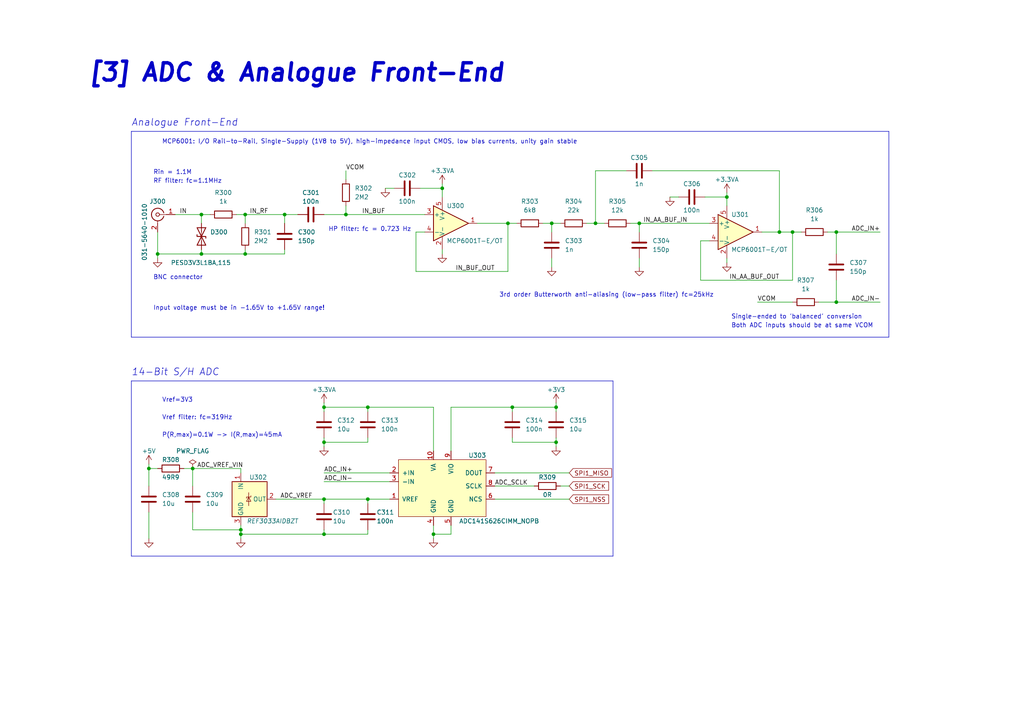
<source format=kicad_sch>
(kicad_sch (version 20230121) (generator eeschema)
  (paper "A4")
  (title_block (title "Mixed-Signal Demo PCB") (rev "0.1") (company "Phil's Lab"))
  (lib_symbols
    (symbol "+3.3VA_1" (power) (pin_names (offset 0))
      (property "Value" "+3.3VA_1" (at 0 3.556 0))
      (symbol "+3.3VA_1_0_1"
        (polyline (pts (xy -0.762 1.27) (xy 0 2.54)))
        (polyline (pts (xy 0 0) (xy 0 2.54)))
        (polyline (pts (xy 0 2.54) (xy 0.762 1.27)))
      )
      (symbol "+3.3VA_1_1_1"
        (pin power_in line (at 0 0 90) (length 0) hide (name "+3.3VA") (number "1"))
      )
    )
    (symbol "+3.3VA_2" (power) (pin_names (offset 0))
      (property "Value" "+3.3VA_2" (at 0 3.556 0))
      (symbol "+3.3VA_2_0_1"
        (polyline (pts (xy -0.762 1.27) (xy 0 2.54)))
        (polyline (pts (xy 0 0) (xy 0 2.54)))
        (polyline (pts (xy 0 2.54) (xy 0.762 1.27)))
      )
      (symbol "+3.3VA_2_1_1"
        (pin power_in line (at 0 0 90) (length 0) hide (name "+3.3VA") (number "1"))
      )
    )
    (symbol "Amplifier_Operational:MCP6001-OT" (pin_names (offset 0.127))
      (property "Reference" "U" (at -1.27 6.35 0))
      (property "Value" "MCP6001-OT" (at -1.27 3.81 0))
      (symbol "MCP6001-OT_0_1"
        (polyline (pts (xy -5.08 5.08) (xy 5.08 0) (xy -5.08 -5.08) (xy -5.08 5.08)) (stroke (width 0.254)) (fill (type background)))
        (pin power_in line (at -2.54 -7.62 90) (length 3.81) (name "V-") (number "2"))
        (pin power_in line (at -2.54 7.62 270) (length 3.81) (name "V+") (number "5"))
      )
      (symbol "MCP6001-OT_1_1"
        (pin output line (at 7.62 0 180) (length 2.54) (name "~") (number "1"))
        (pin input line (at -7.62 2.54 0) (length 2.54) (name "+") (number "3"))
        (pin input line (at -7.62 -2.54 0) (length 2.54) (name "-") (number "4"))
      )
    )
    (symbol "Connector:Conn_Coaxial" (pin_names (offset 1.016) hide)
      (property "Reference" "J" (at 0.254 3.048 0))
      (property "Value" "Conn_Coaxial" (at 2.921 0 90))
      (symbol "Conn_Coaxial_0_1"
        (arc (start -1.778 -0.508) (mid 0.222 -1.808) (end 1.778 0) (stroke (width 0.254)))
        (polyline (pts (xy -2.54 0) (xy -0.508 0)))
        (polyline (pts (xy 0 -2.54) (xy 0 -1.778)))
        (circle (center 0 0) (radius 0.508) (stroke (width 0.2032)))
        (arc (start 1.778 0) (mid 0.222 1.8083) (end -1.778 0.508) (stroke (width 0.254)))
      )
      (symbol "Conn_Coaxial_1_1"
        (pin passive line (at -5.08 0 0) (length 2.54) (name "In") (number "1"))
        (pin passive line (at 0 -5.08 90) (length 2.54) (name "Ext") (number "2"))
      )
    )
    (symbol "Device:C" (pin_numbers hide) (pin_names (offset 0.254))
      (property "Reference" "C" (at 0.635 2.54 0))
      (property "Value" "C" (at 0.635 -2.54 0))
      (symbol "C_0_1"
        (polyline (pts (xy -2.032 -0.762) (xy 2.032 -0.762)) (stroke (width 0.508)))
        (polyline (pts (xy -2.032 0.762) (xy 2.032 0.762)) (stroke (width 0.508)))
      )
      (symbol "C_1_1"
        (pin passive line (at 0 3.81 270) (length 2.794) (name "~") (number "1"))
        (pin passive line (at 0 -3.81 90) (length 2.794) (name "~") (number "2"))
      )
    )
    (symbol "Device:D_TVS" (pin_numbers hide) (pin_names (offset 1.016) hide)
      (property "Reference" "D" (at 0 2.54 0))
      (property "Value" "D_TVS" (at 0 -2.54 0))
      (symbol "D_TVS_0_1"
        (polyline (pts (xy 1.27 0) (xy -1.27 0)))
        (polyline (pts (xy 0.508 1.27) (xy 0 1.27) (xy 0 -1.27) (xy -0.508 -1.27)) (stroke (width 0.254)))
        (polyline (pts (xy -2.54 1.27) (xy -2.54 -1.27) (xy 2.54 1.27) (xy 2.54 -1.27) (xy -2.54 1.27)) (stroke (width 0.254)))
      )
      (symbol "D_TVS_1_1"
        (pin passive line (at -3.81 0 0) (length 2.54) (name "A1") (number "1"))
        (pin passive line (at 3.81 0 180) (length 2.54) (name "A2") (number "2"))
      )
    )
    (symbol "Device:R" (pin_numbers hide) (pin_names (offset 0))
      (property "Reference" "R" (at 2.032 0 90))
      (property "Value" "R" (at 0 0 90))
      (symbol "R_0_1"
        (rectangle (start -1.016 -2.54) (end 1.016 2.54) (stroke (width 0.254)))
      )
      (symbol "R_1_1"
        (pin passive line (at 0 3.81 270) (length 1.27) (name "~") (number "1"))
        (pin passive line (at 0 -3.81 90) (length 1.27) (name "~") (number "2"))
      )
    )
    (symbol "GND_1" (power) (pin_names (offset 0))
      (property "Value" "GND_1" (at 0 -3.81 0))
      (symbol "GND_1_0_1"
        (polyline (pts (xy 0 0) (xy 0 -1.27) (xy 1.27 -1.27) (xy 0 -2.54) (xy -1.27 -1.27) (xy 0 -1.27)))
      )
      (symbol "GND_1_1_1"
        (pin power_in line (at 0 0 270) (length 0) hide (name "GND") (number "1"))
      )
    )
    (symbol "GND_10" (power) (pin_names (offset 0))
      (property "Value" "GND_10" (at 0 -3.81 0))
      (symbol "GND_10_0_1"
        (polyline (pts (xy 0 0) (xy 0 -1.27) (xy 1.27 -1.27) (xy 0 -2.54) (xy -1.27 -1.27) (xy 0 -1.27)))
      )
      (symbol "GND_10_1_1"
        (pin power_in line (at 0 0 270) (length 0) hide (name "GND") (number "1"))
      )
    )
    (symbol "GND_11" (power) (pin_names (offset 0))
      (property "Value" "GND_11" (at 0 -3.81 0))
      (symbol "GND_11_0_1"
        (polyline (pts (xy 0 0) (xy 0 -1.27) (xy 1.27 -1.27) (xy 0 -2.54) (xy -1.27 -1.27) (xy 0 -1.27)))
      )
      (symbol "GND_11_1_1"
        (pin power_in line (at 0 0 270) (length 0) hide (name "GND") (number "1"))
      )
    )
    (symbol "GND_2" (power) (pin_names (offset 0))
      (property "Value" "GND_2" (at 0 -3.81 0))
      (symbol "GND_2_0_1"
        (polyline (pts (xy 0 0) (xy 0 -1.27) (xy 1.27 -1.27) (xy 0 -2.54) (xy -1.27 -1.27) (xy 0 -1.27)))
      )
      (symbol "GND_2_1_1"
        (pin power_in line (at 0 0 270) (length 0) hide (name "GND") (number "1"))
      )
    )
    (symbol "GND_3" (power) (pin_names (offset 0))
      (property "Value" "GND_3" (at 0 -3.81 0))
      (symbol "GND_3_0_1"
        (polyline (pts (xy 0 0) (xy 0 -1.27) (xy 1.27 -1.27) (xy 0 -2.54) (xy -1.27 -1.27) (xy 0 -1.27)))
      )
      (symbol "GND_3_1_1"
        (pin power_in line (at 0 0 270) (length 0) hide (name "GND") (number "1"))
      )
    )
    (symbol "GND_4" (power) (pin_names (offset 0))
      (property "Value" "GND_4" (at 0 -3.81 0))
      (symbol "GND_4_0_1"
        (polyline (pts (xy 0 0) (xy 0 -1.27) (xy 1.27 -1.27) (xy 0 -2.54) (xy -1.27 -1.27) (xy 0 -1.27)))
      )
      (symbol "GND_4_1_1"
        (pin power_in line (at 0 0 270) (length 0) hide (name "GND") (number "1"))
      )
    )
    (symbol "GND_5" (power) (pin_names (offset 0))
      (property "Value" "GND_5" (at 0 -3.81 0))
      (symbol "GND_5_0_1"
        (polyline (pts (xy 0 0) (xy 0 -1.27) (xy 1.27 -1.27) (xy 0 -2.54) (xy -1.27 -1.27) (xy 0 -1.27)))
      )
      (symbol "GND_5_1_1"
        (pin power_in line (at 0 0 270) (length 0) hide (name "GND") (number "1"))
      )
    )
    (symbol "GND_6" (power) (pin_names (offset 0))
      (property "Value" "GND_6" (at 0 -3.81 0))
      (symbol "GND_6_0_1"
        (polyline (pts (xy 0 0) (xy 0 -1.27) (xy 1.27 -1.27) (xy 0 -2.54) (xy -1.27 -1.27) (xy 0 -1.27)))
      )
      (symbol "GND_6_1_1"
        (pin power_in line (at 0 0 270) (length 0) hide (name "GND") (number "1"))
      )
    )
    (symbol "GND_7" (power) (pin_names (offset 0))
      (property "Value" "GND_7" (at 0 -3.81 0))
      (symbol "GND_7_0_1"
        (polyline (pts (xy 0 0) (xy 0 -1.27) (xy 1.27 -1.27) (xy 0 -2.54) (xy -1.27 -1.27) (xy 0 -1.27)))
      )
      (symbol "GND_7_1_1"
        (pin power_in line (at 0 0 270) (length 0) hide (name "GND") (number "1"))
      )
    )
    (symbol "GND_8" (power) (pin_names (offset 0))
      (property "Value" "GND_8" (at 0 -3.81 0))
      (symbol "GND_8_0_1"
        (polyline (pts (xy 0 0) (xy 0 -1.27) (xy 1.27 -1.27) (xy 0 -2.54) (xy -1.27 -1.27) (xy 0 -1.27)))
      )
      (symbol "GND_8_1_1"
        (pin power_in line (at 0 0 270) (length 0) hide (name "GND") (number "1"))
      )
    )
    (symbol "GND_9" (power) (pin_names (offset 0))
      (property "Value" "GND_9" (at 0 -3.81 0))
      (symbol "GND_9_0_1"
        (polyline (pts (xy 0 0) (xy 0 -1.27) (xy 1.27 -1.27) (xy 0 -2.54) (xy -1.27 -1.27) (xy 0 -1.27)))
      )
      (symbol "GND_9_1_1"
        (pin power_in line (at 0 0 270) (length 0) hide (name "GND") (number "1"))
      )
    )
    (symbol "PhilsLab-KiCad-Symbols:ADC141S626CIMM_NOPB" (pin_names (offset 1.016))
      (property "Reference" "U303" (at 10.16 10.16 0))
      (property "Value" "ADC141S626CIMM_NOPB" (at 16.51 -8.89 0))
      (symbol "ADC141S626CIMM_NOPB_0_0"
        (pin input line (at -15.24 -2.54 0) (length 2.54) (name "VREF") (number "1"))
        (pin power_in line (at -2.54 11.43 270) (length 2.54) (name "VA") (number "10"))
        (pin input line (at -15.24 5.08 0) (length 2.54) (name "+IN") (number "2"))
        (pin input line (at -15.24 2.54 0) (length 2.54) (name "-IN") (number "3"))
        (pin power_in line (at -2.54 -10.16 90) (length 2.54) (name "GND") (number "4"))
        (pin power_in line (at 2.54 -10.16 90) (length 2.54) (name "GND") (number "5"))
        (pin input line (at 15.24 -2.54 180) (length 2.54) (name "NCS") (number "6"))
        (pin output line (at 15.24 5.08 180) (length 2.54) (name "DOUT") (number "7"))
        (pin input line (at 15.24 1.27 180) (length 2.54) (name "SCLK") (number "8"))
        (pin power_in line (at 2.54 11.43 270) (length 2.54) (name "VIO") (number "9"))
      )
      (symbol "ADC141S626CIMM_NOPB_0_1"
        (rectangle (start -12.7 8.89) (end 12.7 -7.62) (fill (type background)))
      )
    )
    (symbol "Reference_Voltage:REF3033" (pin_names (offset 0.254))
      (property "Reference" "U" (at 0 6.35 0))
      (property "Value" "REF3033" (at 2.54 -6.35 0))
      (symbol "REF3033_0_1"
        (rectangle (start -5.08 5.08) (end 5.08 -5.08) (stroke (width 0.254)) (fill (type background)))
        (polyline (pts (xy -0.254 1.905) (xy -0.254 -1.905)))
        (polyline (pts (xy -0.889 -0.635) (xy 0.381 -0.635) (xy -0.254 0.635) (xy -0.889 -0.635)))
        (polyline (pts (xy 0.381 1.016) (xy 0.381 0.635) (xy -0.889 0.635) (xy -0.889 0.254)))
      )
      (symbol "REF3033_1_1"
        (pin power_in line (at -2.54 7.62 270) (length 2.54) (name "IN") (number "1"))
        (pin power_out line (at 7.62 0 180) (length 2.54) (name "OUT") (number "2"))
        (pin power_in line (at -2.54 -7.62 90) (length 2.54) (name "GND") (number "3"))
      )
    )
    (symbol "power:+3.3VA" (power) (pin_names (offset 0))
      (property "Value" "+3.3VA" (at 0 3.556 0))
      (symbol "+3.3VA_0_1"
        (polyline (pts (xy -0.762 1.27) (xy 0 2.54)))
        (polyline (pts (xy 0 0) (xy 0 2.54)))
        (polyline (pts (xy 0 2.54) (xy 0.762 1.27)))
      )
      (symbol "+3.3VA_1_1"
        (pin power_in line (at 0 0 90) (length 0) hide (name "+3.3VA") (number "1"))
      )
    )
    (symbol "power:+3V3" (power) (pin_names (offset 0))
      (property "Value" "+3V3" (at 0 3.556 0))
      (symbol "+3V3_0_1"
        (polyline (pts (xy -0.762 1.27) (xy 0 2.54)))
        (polyline (pts (xy 0 0) (xy 0 2.54)))
        (polyline (pts (xy 0 2.54) (xy 0.762 1.27)))
      )
      (symbol "+3V3_1_1"
        (pin power_in line (at 0 0 90) (length 0) hide (name "+3V3") (number "1"))
      )
    )
    (symbol "power:+5V" (power) (pin_names (offset 0))
      (property "Value" "+5V" (at 0 3.556 0))
      (symbol "+5V_0_1"
        (polyline (pts (xy -0.762 1.27) (xy 0 2.54)))
        (polyline (pts (xy 0 0) (xy 0 2.54)))
        (polyline (pts (xy 0 2.54) (xy 0.762 1.27)))
      )
      (symbol "+5V_1_1"
        (pin power_in line (at 0 0 90) (length 0) hide (name "+5V") (number "1"))
      )
    )
    (symbol "power:GND" (power) (pin_names (offset 0))
      (property "Value" "GND" (at 0 -3.81 0))
      (symbol "GND_0_1"
        (polyline (pts (xy 0 0) (xy 0 -1.27) (xy 1.27 -1.27) (xy 0 -2.54) (xy -1.27 -1.27) (xy 0 -1.27)))
      )
      (symbol "GND_1_1"
        (pin power_in line (at 0 0 270) (length 0) hide (name "GND") (number "1"))
      )
    )
    (symbol "power:PWR_FLAG" (power) (pin_numbers hide) (pin_names (offset 0) hide)
      (property "Value" "PWR_FLAG" (at 0 3.81 0))
      (symbol "PWR_FLAG_0_0"
        (pin power_out line (at 0 0 90) (length 0) (name "pwr") (number "1"))
      )
      (symbol "PWR_FLAG_0_1"
        (polyline (pts (xy 0 0) (xy 0 1.27) (xy -1.016 1.905) (xy 0 2.54) (xy 1.016 1.905) (xy 0 1.27)))
      )
    )
  )
  (junction (at 210.82 57.15))
  (junction (at 242.57 87.63))
  (junction (at 43.18 135.89))
  (junction (at 161.29 118.11))
  (junction (at 45.72 73.66))
  (junction (at 100.33 62.23))
  (junction (at 185.42 64.77))
  (junction (at 93.98 128.27))
  (junction (at 125.73 154.94))
  (junction (at 58.42 73.66))
  (junction (at 71.12 62.23))
  (junction (at 55.88 135.89))
  (junction (at 148.59 118.11))
  (junction (at 82.55 62.23))
  (junction (at 106.68 118.11))
  (junction (at 58.42 62.23))
  (junction (at 69.85 153.67))
  (junction (at 69.85 154.94))
  (junction (at 128.27 54.61))
  (junction (at 229.87 67.31))
  (junction (at 93.98 154.94))
  (junction (at 71.12 73.66))
  (junction (at 226.06 67.31))
  (junction (at 172.72 64.77))
  (junction (at 147.32 64.77))
  (junction (at 106.68 144.78))
  (junction (at 161.29 128.27))
  (junction (at 242.57 67.31))
  (junction (at 160.02 64.77))
  (junction (at 93.98 118.11))
  (junction (at 93.98 144.78))
  (wire (pts (xy 55.88 148.59) (xy 55.88 153.67)))
  (wire (pts (xy 120.65 78.74) (xy 147.32 78.74)))
  (wire (pts (xy 242.57 81.28) (xy 242.57 87.63)))
  (wire (pts (xy 71.12 62.23) (xy 82.55 62.23)))
  (wire (pts (xy 100.33 49.53) (xy 100.33 52.07)))
  (wire (pts (xy 128.27 73.66) (xy 128.27 72.39)))
  (wire (pts (xy 106.68 146.05) (xy 106.68 144.78)))
  (wire (pts (xy 43.18 140.97) (xy 43.18 135.89)))
  (wire (pts (xy 185.42 64.77) (xy 182.88 64.77)))
  (wire (pts (xy 172.72 49.53) (xy 181.61 49.53)))
  (wire (pts (xy 147.32 78.74) (xy 147.32 64.77)))
  (wire (pts (xy 71.12 62.23) (xy 68.58 62.23)))
  (wire (pts (xy 205.74 69.85) (xy 203.2 69.85)))
  (polyline (pts (xy 38.1 38.1) (xy 257.81 38.1)))
  (wire (pts (xy 162.56 64.77) (xy 160.02 64.77)))
  (wire (pts (xy 229.87 67.31) (xy 226.06 67.31)))
  (wire (pts (xy 58.42 73.66) (xy 71.12 73.66)))
  (wire (pts (xy 130.81 152.4) (xy 130.81 154.94)))
  (wire (pts (xy 203.2 69.85) (xy 203.2 81.28)))
  (wire (pts (xy 58.42 72.39) (xy 58.42 73.66)))
  (wire (pts (xy 123.19 67.31) (xy 120.65 67.31)))
  (wire (pts (xy 69.85 135.89) (xy 69.85 137.16)))
  (wire (pts (xy 93.98 154.94) (xy 69.85 154.94)))
  (wire (pts (xy 86.36 62.23) (xy 82.55 62.23)))
  (wire (pts (xy 58.42 62.23) (xy 60.96 62.23)))
  (wire (pts (xy 80.01 144.78) (xy 93.98 144.78)))
  (wire (pts (xy 71.12 64.77) (xy 71.12 62.23)))
  (wire (pts (xy 93.98 154.94) (xy 106.68 154.94)))
  (wire (pts (xy 143.51 144.78) (xy 165.1 144.78)))
  (wire (pts (xy 55.88 135.89) (xy 69.85 135.89)))
  (wire (pts (xy 71.12 73.66) (xy 71.12 72.39)))
  (wire (pts (xy 219.71 87.63) (xy 229.87 87.63)))
  (wire (pts (xy 161.29 116.84) (xy 161.29 118.11)))
  (wire (pts (xy 43.18 134.62) (xy 43.18 135.89)))
  (wire (pts (xy 255.27 67.31) (xy 242.57 67.31)))
  (wire (pts (xy 148.59 119.38) (xy 148.59 118.11)))
  (wire (pts (xy 160.02 74.93) (xy 160.02 77.47)))
  (wire (pts (xy 55.88 153.67) (xy 69.85 153.67)))
  (wire (pts (xy 69.85 153.67) (xy 69.85 154.94)))
  (wire (pts (xy 71.12 73.66) (xy 82.55 73.66)))
  (wire (pts (xy 55.88 140.97) (xy 55.88 135.89)))
  (wire (pts (xy 45.72 73.66) (xy 45.72 67.31)))
  (wire (pts (xy 210.82 57.15) (xy 210.82 55.88)))
  (wire (pts (xy 93.98 139.7) (xy 113.03 139.7)))
  (wire (pts (xy 43.18 135.89) (xy 45.72 135.89)))
  (wire (pts (xy 93.98 62.23) (xy 100.33 62.23)))
  (wire (pts (xy 172.72 64.77) (xy 172.72 49.53)))
  (wire (pts (xy 148.59 128.27) (xy 148.59 127)))
  (wire (pts (xy 45.72 74.93) (xy 45.72 73.66)))
  (wire (pts (xy 100.33 62.23) (xy 100.33 59.69)))
  (polyline (pts (xy 177.8 161.29) (xy 38.1 161.29)))
  (wire (pts (xy 160.02 67.31) (xy 160.02 64.77)))
  (wire (pts (xy 121.92 54.61) (xy 128.27 54.61)))
  (wire (pts (xy 125.73 156.21) (xy 125.73 154.94)))
  (wire (pts (xy 161.29 129.54) (xy 161.29 128.27)))
  (polyline (pts (xy 257.81 97.79) (xy 38.1 97.79)))
  (wire (pts (xy 143.51 137.16) (xy 165.1 137.16)))
  (wire (pts (xy 175.26 64.77) (xy 172.72 64.77)))
  (wire (pts (xy 154.94 140.97) (xy 143.51 140.97)))
  (wire (pts (xy 149.86 64.77) (xy 147.32 64.77)))
  (wire (pts (xy 58.42 64.77) (xy 58.42 62.23)))
  (wire (pts (xy 106.68 119.38) (xy 106.68 118.11)))
  (wire (pts (xy 106.68 154.94) (xy 106.68 153.67)))
  (wire (pts (xy 185.42 74.93) (xy 185.42 77.47)))
  (wire (pts (xy 226.06 67.31) (xy 220.98 67.31)))
  (wire (pts (xy 226.06 49.53) (xy 226.06 67.31)))
  (wire (pts (xy 113.03 137.16) (xy 93.98 137.16)))
  (wire (pts (xy 161.29 128.27) (xy 148.59 128.27)))
  (wire (pts (xy 93.98 128.27) (xy 106.68 128.27)))
  (wire (pts (xy 43.18 156.21) (xy 43.18 148.59)))
  (wire (pts (xy 161.29 128.27) (xy 161.29 127)))
  (wire (pts (xy 93.98 146.05) (xy 93.98 144.78)))
  (wire (pts (xy 93.98 118.11) (xy 106.68 118.11)))
  (wire (pts (xy 58.42 73.66) (xy 45.72 73.66)))
  (wire (pts (xy 232.41 67.31) (xy 229.87 67.31)))
  (wire (pts (xy 128.27 54.61) (xy 128.27 57.15)))
  (wire (pts (xy 204.47 57.15) (xy 210.82 57.15)))
  (polyline (pts (xy 38.1 110.49) (xy 177.8 110.49)))
  (wire (pts (xy 93.98 144.78) (xy 106.68 144.78)))
  (wire (pts (xy 229.87 81.28) (xy 229.87 67.31)))
  (wire (pts (xy 50.8 62.23) (xy 58.42 62.23)))
  (wire (pts (xy 172.72 64.77) (xy 170.18 64.77)))
  (polyline (pts (xy 257.81 38.1) (xy 257.81 97.79)))
  (wire (pts (xy 242.57 67.31) (xy 240.03 67.31)))
  (polyline (pts (xy 177.8 110.49) (xy 177.8 161.29)))
  (wire (pts (xy 100.33 62.23) (xy 123.19 62.23)))
  (wire (pts (xy 125.73 154.94) (xy 130.81 154.94)))
  (wire (pts (xy 205.74 64.77) (xy 185.42 64.77)))
  (wire (pts (xy 93.98 119.38) (xy 93.98 118.11)))
  (wire (pts (xy 130.81 118.11) (xy 130.81 130.81)))
  (wire (pts (xy 210.82 76.2) (xy 210.82 74.93)))
  (wire (pts (xy 161.29 119.38) (xy 161.29 118.11)))
  (wire (pts (xy 210.82 57.15) (xy 210.82 59.69)))
  (wire (pts (xy 120.65 67.31) (xy 120.65 78.74)))
  (polyline (pts (xy 38.1 110.49) (xy 38.1 161.29)))
  (wire (pts (xy 53.34 135.89) (xy 55.88 135.89)))
  (wire (pts (xy 255.27 87.63) (xy 242.57 87.63)))
  (wire (pts (xy 161.29 118.11) (xy 148.59 118.11)))
  (wire (pts (xy 93.98 118.11) (xy 93.98 116.84)))
  (wire (pts (xy 189.23 49.53) (xy 226.06 49.53)))
  (wire (pts (xy 165.1 140.97) (xy 162.56 140.97)))
  (wire (pts (xy 106.68 118.11) (xy 125.73 118.11)))
  (wire (pts (xy 194.31 57.15) (xy 196.85 57.15)))
  (wire (pts (xy 106.68 128.27) (xy 106.68 127)))
  (wire (pts (xy 93.98 154.94) (xy 93.98 153.67)))
  (wire (pts (xy 185.42 67.31) (xy 185.42 64.77)))
  (wire (pts (xy 93.98 129.54) (xy 93.98 128.27)))
  (wire (pts (xy 203.2 81.28) (xy 229.87 81.28)))
  (wire (pts (xy 147.32 64.77) (xy 138.43 64.77)))
  (polyline (pts (xy 38.1 97.79) (xy 38.1 38.1)))
  (wire (pts (xy 128.27 54.61) (xy 128.27 53.34)))
  (wire (pts (xy 69.85 152.4) (xy 69.85 153.67)))
  (wire (pts (xy 82.55 73.66) (xy 82.55 72.39)))
  (wire (pts (xy 148.59 118.11) (xy 130.81 118.11)))
  (wire (pts (xy 69.85 154.94) (xy 69.85 156.21)))
  (wire (pts (xy 242.57 87.63) (xy 237.49 87.63)))
  (wire (pts (xy 125.73 118.11) (xy 125.73 130.81)))
  (wire (pts (xy 82.55 64.77) (xy 82.55 62.23)))
  (wire (pts (xy 242.57 73.66) (xy 242.57 67.31)))
  (wire (pts (xy 160.02 64.77) (xy 157.48 64.77)))
  (wire (pts (xy 111.76 54.61) (xy 114.3 54.61)))
  (wire (pts (xy 93.98 128.27) (xy 93.98 127)))
  (wire (pts (xy 125.73 152.4) (xy 125.73 154.94)))
  (wire (pts (xy 106.68 144.78) (xy 113.03 144.78)))
  (text "HP filter: fc = 0.723 Hz" (at 95.25 67.31 0) (effects (font (size 1.27 1.27)) (justify left bottom)))
  (text "Both ADC inputs should be at same VCOM" (at 212.09 95.25 0) (effects (font (size 1.27 1.27)) (justify left bottom)))
  (text "BNC connector" (at 44.45 81.28 0) (effects (font (size 1.27 1.27)) (justify left bottom)))
  (text "Rin = 1.1M" (at 44.45 50.8 0) (effects (font (size 1.27 1.27)) (justify left bottom)))
  (text "14-Bit S/H ADC" (at 38.1 109.22 0) (effects (font (size 2.0066 2.0066) italic) (justify left bottom)))
  (text "Vref filter: fc=319Hz" (at 46.99 121.92 0) (effects (font (size 1.27 1.27)) (justify left bottom)))
  (text "Input voltage must be in -1.65V to +1.65V range!" (at 44.45 90.17 0) (effects (font (size 1.27 1.27)) (justify left bottom)))
  (text "Analogue Front-End" (at 38.1 36.83 0) (effects (font (size 2.0066 2.0066) italic) (justify left bottom)))
  (text "Single-ended to 'balanced' conversion" (at 212.09 92.71 0) (effects (font (size 1.27 1.27)) (justify left bottom)))
  (text "RF filter: fc=1.1MHz" (at 44.45 53.34 0) (effects (font (size 1.27 1.27)) (justify left bottom)))
  (text "3rd order Butterworth anti-aliasing (low-pass filter) fc=25kHz" (at 144.78 86.36 0) (effects (font (size 1.27 1.27)) (justify left bottom)))
  (text "MCP6001: I/O Rail-to-Rail, Single-Supply (1V8 to 5V), high-impedance input CMOS, low bias currents, unity gain stable" (at 46.99 41.91 0) (effects (font (size 1.27 1.27)) (justify left bottom)))
  (text "P(R,max)=0.1W -> I(R,max)=45mA" (at 46.99 127 0) (effects (font (size 1.27 1.27)) (justify left bottom)))
  (text "Vref=3V3" (at 46.99 116.84 0) (effects (font (size 1.27 1.27)) (justify left bottom)))
  (text "[3] ADC & Analogue Front-End" (at 25.4 24.13 0) (effects (font (size 5.0038 5.0038) (thickness 1.0008) bold italic) (justify left bottom)))
  (label "IN_RF" (at 72.39 62.23 0))
  (label "VCOM" (at 219.71 87.63 0))
  (label "IN_BUF_OUT" (at 143.51 78.74 180))
  (label "ADC_IN-" (at 93.98 139.7 0))
  (label "ADC_IN+" (at 255.27 67.31 180))
  (label "IN_AA_BUF_IN" (at 199.39 64.77 180))
  (label "VCOM" (at 100.33 49.53 0))
  (label "ADC_SCLK" (at 143.51 140.97 0))
  (label "ADC_VREF" (at 81.28 144.78 0))
  (label "ADC_IN-" (at 255.27 87.63 180))
  (label "IN_BUF" (at 111.76 62.23 180))
  (label "IN_AA_BUF_OUT" (at 226.06 81.28 180))
  (label "ADC_VREF_VIN" (at 57.15 135.89 0))
  (label "ADC_IN+" (at 93.98 137.16 0))
  (label "IN" (at 52.07 62.23 0))
  (global_label "SPI1_MISO" (shape input) (at 165.1 137.16 0) (property "Intersheetrefs" "${INTERSHEET_REFS}" (effects hide)))
  (global_label "SPI1_SCK" (shape input) (at 165.1 140.97 0) (property "Intersheetrefs" "${INTERSHEET_REFS}" (effects hide)))
  (global_label "SPI1_NSS" (shape input) (at 165.1 144.78 0) (property "Intersheetrefs" "${INTERSHEET_REFS}" (effects hide)))
  (symbol (lib_id "PhilsLab-KiCad-Symbols:ADC141S626CIMM_NOPB") (at 128.27 142.24 0) (unit 1)
    (property "Reference" "U303" (at 138.43 132.08 0))
    (property "Value" "ADC141S626CIMM_NOPB" (at 144.78 151.13 0))
    (property "Footprint" "PhilsLab_Footprints_KiCad6:VSSOP-10" (effects hide))
    (property "Manufacturer" "Texas Instruments " (effects hide))
    (property "Manufacturer Part Number" "ADC141S626CIMM/NOPB " (effects hide))
  )
  (symbol (lib_id "power:+3V3") (at 161.29 116.84 0) (unit 1)
    (property "Reference" "#PWR053" (effects hide))
    (property "Value" "+3V3" (at 161.29 113.03 0))
  )
  (symbol (lib_id "Device:C") (at 148.59 123.19 0) (unit 1)
    (property "Reference" "C314" (at 152.4 121.92 0) (effects (justify left)))
    (property "Value" "100n" (at 152.4 124.46 0) (effects (justify left)))
    (property "Footprint" "Capacitor_SMD:C_0402_1005Metric" (effects hide))
    (property "Manufacturer" "KEMET" (effects hide))
    (property "Manufacturer Part Number" "C0402C104K8RACAUTO" (effects hide))
  )
  (symbol (lib_id "Device:R") (at 158.75 140.97 270) (unit 1)
    (property "Reference" "R309" (at 158.75 138.43 90))
    (property "Value" "0R" (at 158.75 143.51 90))
    (property "Footprint" "Resistor_SMD:R_0402_1005Metric" (effects hide))
    (property "Manufacturer" "Bourns" (effects hide))
    (property "Manufacturer Part Number" "CR0402AJ/-000GAS" (effects hide))
  )
  (symbol (lib_id "power:GND") (at 125.73 156.21 0) (unit 1)
    (property "Reference" "#PWR059" (effects hide))
    (property "Value" "GND" (effects hide))
  )
  (symbol (lib_id "Device:C") (at 161.29 123.19 0) (unit 1)
    (property "Reference" "C315" (at 165.1 121.92 0) (effects (justify left)))
    (property "Value" "10u" (at 165.1 124.46 0) (effects (justify left)))
    (property "Footprint" "Capacitor_SMD:C_0603_1608Metric" (effects hide))
    (property "Manufacturer" "Samsung Electro-Mechanics" (effects hide))
    (property "Manufacturer Part Number" "CL10A106KQ8NNNL" (effects hide))
  )
  (symbol (lib_name "GND_11") (lib_id "power:GND") (at 161.29 129.54 0) (unit 1)
    (property "Reference" "#PWR055" (effects hide))
    (property "Value" "GND" (effects hide))
  )
  (symbol (lib_id "Device:C") (at 106.68 123.19 0) (unit 1)
    (property "Reference" "C313" (at 110.49 121.92 0) (effects (justify left)))
    (property "Value" "100n" (at 110.49 124.46 0) (effects (justify left)))
    (property "Footprint" "Capacitor_SMD:C_0402_1005Metric" (effects hide))
    (property "Manufacturer" "KEMET" (effects hide))
    (property "Manufacturer Part Number" "C0402C104K8RACAUTO" (effects hide))
  )
  (symbol (lib_id "Device:C") (at 93.98 123.19 0) (unit 1)
    (property "Reference" "C312" (at 97.79 121.92 0) (effects (justify left)))
    (property "Value" "10u" (at 97.79 124.46 0) (effects (justify left)))
    (property "Footprint" "Capacitor_SMD:C_0603_1608Metric" (effects hide))
    (property "Manufacturer" "Samsung Electro-Mechanics" (effects hide))
    (property "Manufacturer Part Number" "CL10A106KQ8NNNL" (effects hide))
  )
  (symbol (lib_name "GND_10") (lib_id "power:GND") (at 93.98 129.54 0) (unit 1)
    (property "Reference" "#PWR054" (effects hide))
    (property "Value" "GND" (effects hide))
  )
  (symbol (lib_id "Device:C") (at 106.68 149.86 0) (unit 1)
    (property "Reference" "C311" (at 109.22 148.59 0) (effects (justify left)))
    (property "Value" "100n" (at 109.22 151.13 0) (effects (justify left)))
    (property "Footprint" "Capacitor_SMD:C_0402_1005Metric" (effects hide))
    (property "Manufacturer" "KEMET" (effects hide))
    (property "Manufacturer Part Number" "C0402C104K8RACAUTO" (effects hide))
  )
  (symbol (lib_id "Device:C") (at 93.98 149.86 0) (unit 1)
    (property "Reference" "C310" (at 96.52 148.59 0) (effects (justify left)))
    (property "Value" "10u" (at 96.52 151.13 0) (effects (justify left)))
    (property "Footprint" "Capacitor_SMD:C_0603_1608Metric" (effects hide))
    (property "Manufacturer" "Samsung Electro-Mechanics" (effects hide))
    (property "Manufacturer Part Number" "CL10A106KQ8NNNL" (effects hide))
  )
  (symbol (lib_name "GND_9") (lib_id "power:GND") (at 69.85 156.21 0) (unit 1)
    (property "Reference" "#PWR058" (effects hide))
    (property "Value" "GND" (effects hide))
  )
  (symbol (lib_id "Amplifier_Operational:MCP6001-OT") (at 130.81 64.77 0) (unit 1)
    (property "Reference" "U300" (at 129.54 59.69 0) (effects (justify left)))
    (property "Value" "MCP6001T-E/OT" (at 129.54 69.85 0) (effects (justify left)))
    (property "Footprint" "Package_TO_SOT_SMD:SOT-23-5" (effects hide))
    (property "Datasheet" "http://ww1.microchip.com/downloads/en/DeviceDoc/21733j.pdf" (effects hide))
    (property "Manufacturer" "Microchip Technology " (effects hide))
    (property "Manufacturer Part Number" "MCP6001T-E/OT " (effects hide))
  )
  (symbol (lib_id "Device:C") (at 118.11 54.61 270) (unit 1)
    (property "Reference" "C302" (at 115.57 50.8 90) (effects (justify left)))
    (property "Value" "100n" (at 115.57 58.42 90) (effects (justify left)))
    (property "Footprint" "Capacitor_SMD:C_0402_1005Metric" (effects hide))
    (property "Manufacturer" "KEMET" (effects hide))
    (property "Manufacturer Part Number" "C0402C104K8RACAUTO" (effects hide))
  )
  (symbol (lib_name "GND_8") (lib_id "power:GND") (at 128.27 73.66 0) (unit 1)
    (property "Reference" "#PWR046" (effects hide))
    (property "Value" "GND" (effects hide))
  )
  (symbol (lib_name "GND_7") (lib_id "power:GND") (at 111.76 54.61 0) (unit 1)
    (property "Reference" "#PWR043" (effects hide))
    (property "Value" "GND" (effects hide))
  )
  (symbol (lib_id "Device:R") (at 64.77 62.23 270) (unit 1)
    (property "Reference" "R300" (at 64.77 55.88 90))
    (property "Value" "1k" (at 64.77 58.42 90))
    (property "Footprint" "Resistor_SMD:R_0402_1005Metric" (effects hide))
    (property "Manufacturer" "Bourns" (effects hide))
    (property "Manufacturer Part Number" "CR0402-JW-102GLF" (effects hide))
  )
  (symbol (lib_id "Device:R") (at 71.12 68.58 180) (unit 1)
    (property "Reference" "R301" (at 73.66 67.31 0) (effects (justify right)))
    (property "Value" "2M2" (at 73.66 69.85 0) (effects (justify right)))
    (property "Footprint" "Resistor_SMD:R_0402_1005Metric" (effects hide))
    (property "Manufacturer" "Panasonic" (effects hide))
    (property "Manufacturer Part Number" "ERJ-U02J205X" (effects hide))
  )
  (symbol (lib_id "Device:C") (at 82.55 68.58 0) (unit 1)
    (property "Reference" "C300" (at 86.36 67.31 0) (effects (justify left)))
    (property "Value" "150p" (at 86.36 69.85 0) (effects (justify left)))
    (property "Footprint" "Capacitor_SMD:C_0402_1005Metric" (effects hide))
    (property "Manufacturer" "Walsin " (effects hide))
    (property "Manufacturer Part Number" "0402N151F100CT " (effects hide))
  )
  (symbol (lib_name "GND_6") (lib_id "power:GND") (at 45.72 74.93 0) (unit 1)
    (property "Reference" "#PWR047" (effects hide))
    (property "Value" "GND" (effects hide))
  )
  (symbol (lib_id "Device:C") (at 90.17 62.23 270) (unit 1)
    (property "Reference" "C301" (at 87.63 55.88 90) (effects (justify left)))
    (property "Value" "100n" (at 87.63 58.42 90) (effects (justify left)))
    (property "Footprint" "Capacitor_SMD:C_0402_1005Metric" (effects hide))
    (property "Manufacturer" "KEMET" (effects hide))
    (property "Manufacturer Part Number" "C0402C104K8RACAUTO" (effects hide))
  )
  (symbol (lib_id "Device:R") (at 100.33 55.88 180) (unit 1)
    (property "Reference" "R302" (at 102.87 54.61 0) (effects (justify right)))
    (property "Value" "2M2" (at 102.87 57.15 0) (effects (justify right)))
    (property "Footprint" "Resistor_SMD:R_0402_1005Metric" (effects hide))
    (property "Manufacturer" "Panasonic" (effects hide))
    (property "Manufacturer Part Number" "ERJ-U02J205X" (effects hide))
  )
  (symbol (lib_id "Amplifier_Operational:MCP6001-OT") (at 213.36 67.31 0) (unit 1)
    (property "Reference" "U301" (at 212.09 62.23 0) (effects (justify left)))
    (property "Value" "MCP6001T-E/OT" (at 212.09 72.39 0) (effects (justify left)))
    (property "Footprint" "Package_TO_SOT_SMD:SOT-23-5" (effects hide))
    (property "Datasheet" "http://ww1.microchip.com/downloads/en/DeviceDoc/21733j.pdf" (effects hide))
    (property "Manufacturer" "Microchip Technology " (effects hide))
    (property "Manufacturer Part Number" "MCP6001T-E/OT " (effects hide))
  )
  (symbol (lib_id "Device:C") (at 200.66 57.15 270) (unit 1)
    (property "Reference" "C306" (at 198.12 53.34 90) (effects (justify left)))
    (property "Value" "100n" (at 198.12 60.96 90) (effects (justify left)))
    (property "Footprint" "Capacitor_SMD:C_0402_1005Metric" (effects hide))
    (property "Manufacturer" "KEMET" (effects hide))
    (property "Manufacturer Part Number" "C0402C104K8RACAUTO" (effects hide))
  )
  (symbol (lib_name "GND_5") (lib_id "power:GND") (at 210.82 76.2 0) (unit 1)
    (property "Reference" "#PWR048" (effects hide))
    (property "Value" "GND" (effects hide))
  )
  (symbol (lib_name "GND_4") (lib_id "power:GND") (at 194.31 57.15 0) (unit 1)
    (property "Reference" "#PWR045" (effects hide))
    (property "Value" "GND" (effects hide))
  )
  (symbol (lib_id "Device:R") (at 153.67 64.77 270) (unit 1)
    (property "Reference" "R303" (at 153.67 58.42 90))
    (property "Value" "6k8" (at 153.67 60.96 90))
    (property "Footprint" "Resistor_SMD:R_0402_1005Metric" (effects hide))
    (property "Manufacturer" "Panasonic" (effects hide))
    (property "Manufacturer Part Number" "ERJ-2GEJ682X" (effects hide))
  )
  (symbol (lib_id "Device:C") (at 160.02 71.12 0) (unit 1)
    (property "Reference" "C303" (at 163.83 69.85 0) (effects (justify left)))
    (property "Value" "1n" (at 163.83 72.39 0) (effects (justify left)))
    (property "Footprint" "Capacitor_SMD:C_0402_1005Metric" (effects hide))
    (property "Manufacturer" " YAGEO" (effects hide))
    (property "Manufacturer Part Number" "AC0402JRNPO9BN102" (effects hide))
  )
  (symbol (lib_id "Device:R") (at 166.37 64.77 270) (unit 1)
    (property "Reference" "R304" (at 166.37 58.42 90))
    (property "Value" "22k" (at 166.37 60.96 90))
    (property "Footprint" "Resistor_SMD:R_0402_1005Metric" (effects hide))
    (property "Manufacturer" "Bourns" (effects hide))
    (property "Manufacturer Part Number" "CR0402-JW-223GLF" (effects hide))
  )
  (symbol (lib_name "GND_3") (lib_id "power:GND") (at 160.02 77.47 0) (unit 1)
    (property "Reference" "#PWR049" (effects hide))
    (property "Value" "GND" (effects hide))
  )
  (symbol (lib_id "Device:R") (at 179.07 64.77 270) (unit 1)
    (property "Reference" "R305" (at 179.07 58.42 90))
    (property "Value" "12k" (at 179.07 60.96 90))
    (property "Footprint" "Resistor_SMD:R_0402_1005Metric" (effects hide))
    (property "Manufacturer" "Bourns" (effects hide))
    (property "Manufacturer Part Number" "CR0402-JW-123GLF" (effects hide))
  )
  (symbol (lib_id "Device:C") (at 185.42 71.12 0) (unit 1)
    (property "Reference" "C304" (at 189.23 69.85 0) (effects (justify left)))
    (property "Value" "150p" (at 189.23 72.39 0) (effects (justify left)))
    (property "Footprint" "Capacitor_SMD:C_0402_1005Metric" (effects hide))
    (property "Manufacturer" "Walsin " (effects hide))
    (property "Manufacturer Part Number" "0402N151F100CT " (effects hide))
  )
  (symbol (lib_id "Device:R") (at 236.22 67.31 270) (unit 1)
    (property "Reference" "R306" (at 236.22 60.96 90))
    (property "Value" "1k" (at 236.22 63.5 90))
    (property "Footprint" "Resistor_SMD:R_0402_1005Metric" (effects hide))
    (property "Manufacturer" "Bourns" (effects hide))
    (property "Manufacturer Part Number" "CR0402-JW-102GLF" (effects hide))
  )
  (symbol (lib_id "Device:R") (at 233.68 87.63 270) (unit 1)
    (property "Reference" "R307" (at 233.68 81.28 90))
    (property "Value" "1k" (at 233.68 83.82 90))
    (property "Footprint" "Resistor_SMD:R_0402_1005Metric" (effects hide))
    (property "Manufacturer" "Bourns" (effects hide))
    (property "Manufacturer Part Number" "CR0402-JW-102GLF" (effects hide))
  )
  (symbol (lib_id "Device:C") (at 242.57 77.47 0) (unit 1)
    (property "Reference" "C307" (at 246.38 76.2 0) (effects (justify left)))
    (property "Value" "150p" (at 246.38 78.74 0) (effects (justify left)))
    (property "Footprint" "Capacitor_SMD:C_0402_1005Metric" (effects hide))
    (property "Manufacturer" "Walsin " (effects hide))
    (property "Manufacturer Part Number" "0402N151F100CT " (effects hide))
  )
  (symbol (lib_name "GND_2") (lib_id "power:GND") (at 185.42 77.47 0) (unit 1)
    (property "Reference" "#PWR050" (effects hide))
    (property "Value" "GND" (effects hide))
  )
  (symbol (lib_id "Device:D_TVS") (at 58.42 68.58 270) (unit 1)
    (property "Reference" "D300" (at 60.96 67.31 90) (effects (justify left)))
    (property "Value" "PESD3V3L1BA,115" (at 49.53 76.2 90) (effects (justify left)))
    (property "Footprint" "Diode_SMD:D_SOD-323" (effects hide))
    (property "Manufacturer" "Nexperia " (effects hide))
    (property "Manufacturer Part Number" "PESD3V3L1BA,115 " (effects hide))
  )
  (symbol (lib_id "Connector:Conn_Coaxial") (at 45.72 62.23 0) (mirror y) (unit 1)
    (property "Reference" "J300" (at 45.72 58.42 0))
    (property "Value" "031-5640-1010" (at 41.91 67.31 90))
    (property "Footprint" "PhilsLab_Footprints_KiCad6:AMPHENOL-BNC-031-5640-1010" (effects hide))
    (property "Datasheet" " ~" (effects hide))
    (property "Manufacturer" "Amphenol RF " (effects hide))
    (property "Manufacturer Part Number" "031-5640" (effects hide))
  )
  (symbol (lib_id "Reference_Voltage:REF3033") (at 72.39 144.78 0) (unit 1)
    (property "Reference" "U302" (at 77.47 138.43 0) (effects (justify right)))
    (property "Value" "REF3033AIDBZT" (at 86.36 151.13 0) (effects (font italic) (justify right)))
    (property "Footprint" "Package_TO_SOT_SMD:SOT-23" (effects hide))
    (property "Datasheet" "http://www.ti.com/lit/ds/symlink/ref3033.pdf" (effects hide))
    (property "Manufacturer" "Texas Instruments " (effects hide))
    (property "Manufacturer Part Number" "REF3033AIDBZT " (effects hide))
  )
  (symbol (lib_id "Device:C") (at 55.88 144.78 0) (unit 1)
    (property "Reference" "C309" (at 59.69 143.51 0) (effects (justify left)))
    (property "Value" "10u" (at 59.69 146.05 0) (effects (justify left)))
    (property "Footprint" "Capacitor_SMD:C_0603_1608Metric" (effects hide))
    (property "Manufacturer" "Samsung Electro-Mechanics" (effects hide))
    (property "Manufacturer Part Number" "CL10A106KQ8NNNL" (effects hide))
  )
  (symbol (lib_id "Device:R") (at 49.53 135.89 270) (unit 1)
    (property "Reference" "R308" (at 49.53 133.35 90))
    (property "Value" "49R9" (at 49.53 138.43 90))
    (property "Footprint" "Resistor_SMD:R_0402_1005Metric" (effects hide))
    (property "Manufacturer" "Panasonic" (effects hide))
    (property "Manufacturer Part Number" "ERJ2RKD49R9X" (effects hide))
  )
  (symbol (lib_id "Device:C") (at 43.18 144.78 0) (unit 1)
    (property "Reference" "C308" (at 46.99 143.51 0) (effects (justify left)))
    (property "Value" "10u" (at 46.99 146.05 0) (effects (justify left)))
    (property "Footprint" "Capacitor_SMD:C_0603_1608Metric" (effects hide))
    (property "Manufacturer" "Samsung Electro-Mechanics" (effects hide))
    (property "Manufacturer Part Number" "CL10A106KQ8NNNL" (effects hide))
  )
  (symbol (lib_name "GND_1") (lib_id "power:GND") (at 43.18 156.21 0) (unit 1)
    (property "Reference" "#PWR057" (effects hide))
    (property "Value" "GND" (effects hide))
  )
  (symbol (lib_id "power:+5V") (at 43.18 134.62 0) (unit 1)
    (property "Reference" "#PWR056" (effects hide))
    (property "Value" "+5V" (at 43.18 130.81 0))
  )
  (symbol (lib_id "power:+3.3VA") (at 93.98 116.84 0) (unit 1)
    (property "Reference" "#PWR052" (effects hide))
    (property "Value" "+3.3VA" (at 93.98 113.03 0))
  )
  (symbol (lib_name "+3.3VA_2") (lib_id "power:+3.3VA") (at 128.27 53.34 0) (unit 1)
    (property "Reference" "#PWR042" (effects hide))
    (property "Value" "+3.3VA" (at 128.27 49.53 0))
  )
  (symbol (lib_name "+3.3VA_1") (lib_id "power:+3.3VA") (at 210.82 55.88 0) (unit 1)
    (property "Reference" "#PWR044" (effects hide))
    (property "Value" "+3.3VA" (at 210.82 52.07 0))
  )
  (symbol (lib_id "Device:C") (at 185.42 49.53 90) (unit 1)
    (property "Reference" "C305" (at 187.96 45.72 90) (effects (justify left)))
    (property "Value" "1n" (at 186.69 53.34 90) (effects (justify left)))
    (property "Footprint" "Capacitor_SMD:C_0402_1005Metric" (effects hide))
    (property "Manufacturer" " YAGEO" (effects hide))
    (property "Manufacturer Part Number" "AC0402JRNPO9BN102" (effects hide))
  )
  (symbol (lib_id "power:PWR_FLAG") (at 55.88 135.89 0) (unit 1)
    (property "Reference" "#FLG03" (effects hide))
    (property "Value" "PWR_FLAG" (at 55.88 130.81 0))
  )
)
</source>
